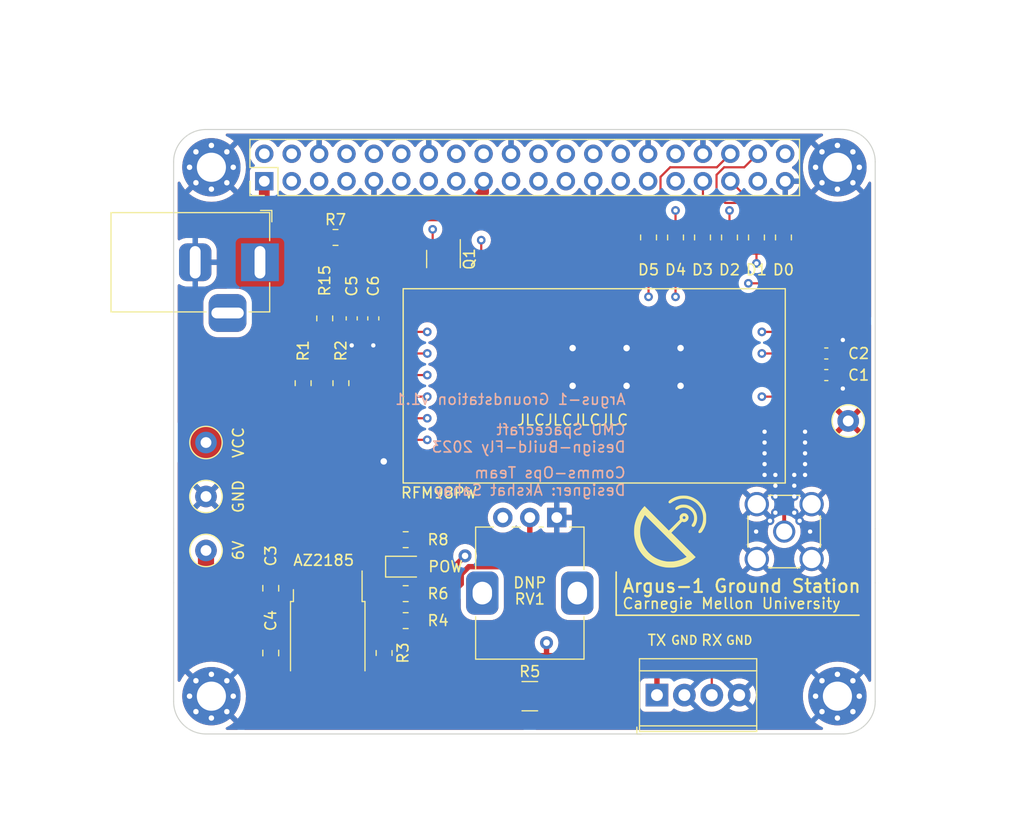
<source format=kicad_pcb>
(kicad_pcb (version 20221018) (generator pcbnew)
  (title_block (title "Argus-1 Ground Station") (date "2023-11-11") (rev "v1.1") (company "Carnegie Mellon University") (comment 1 "LICENSE: CC BY 4.0") (comment 2 "Designer: Akshat Sahay") (comment 3 "Comms-Ops Team") (comment 4 "CMU Spacecraft Design-Build-Fly 2023"))
  (layers (0 "F.Cu" signal) (1 "In1.Cu" signal) (2 "In2.Cu" signal) (31 "B.Cu" signal) (34 "B.Paste" user) (35 "F.Paste" user) (36 "B.SilkS" user "B.Silkscreen") (37 "F.SilkS" user "F.Silkscreen") (38 "B.Mask" user) (39 "F.Mask" user) (44 "Edge.Cuts" user))
  (net 0 "")
  (net 1 "+6V")
  (net 2 "GND")
  (net 3 "VCC")
  (net 4 "/RPI_3V3")
  (net 13 "/RF_DIO5")
  (net 14 "/RF_DIO0")
  (net 15 "/RF_DIO1")
  (net 16 "/RF_DIO2")
  (net 17 "/RF_MOSI")
  (net 18 "/RF_MISO")
  (net 19 "/RF_DIO3")
  (net 20 "/RF_SCK")
  (net 21 "/RF_CS")
  (net 27 "/RF_RESET")
  (net 29 "/RX_EN")
  (net 30 "/TX_EN")
  (net 31 "/RF_DIO4")
  (net 34 "/RF_ANT")
  (net 35 "+3V3")
  (net 36 "/REG_ADJ")
  (net 38 "/REG_POT")
  (net 40 "/V_RF")
  (net 41 "Net-(D1-K)")
  (net 42 "Net-(U1-GPIO_0)")
  (net 43 "Net-(U1-GPIO_1)")
  (net 44 "Net-(U1-GPIO_2)")
  (net 45 "Net-(U1-GPIO_3)")
  (net 46 "Net-(U1-GPIO_4)")
  (net 47 "Net-(U1-GPIO_5)")
  (net 48 "/RF_3V3")
  (net 49 "Net-(J8-Pin_1)")
  (footprint "Resistor_SMD:R_0805_2012Metric_Pad1.20x1.40mm_HandSolder" (layer "F.Cu") (at 121.5 138 180)
    (fp_text reference "R8" (at -3 0) (layer "F.SilkS"))
    (fp_text value "200")
    (pad "1" smd roundrect (at -1 0 180) (size 1.2 1.4) (layers "F.Cu" "F.Paste" "F.Mask") (roundrect_rratio 0.2083333333) (net 2 "GND"))
    (pad "2" smd roundrect (at 1 0 180) (size 1.2 1.4) (layers "F.Cu" "F.Paste" "F.Mask") (roundrect_rratio 0.2083333333) (net 41 "Net-(D1-K)"))
  )
  (footprint "TerminalBlock_TE-Connectivity:TerminalBlock_TE_282834-4_1x04_P2.54mm_Horizontal" (layer "F.Cu") (at 144.78 152.4)
    (fp_text reference "J8" hide)
    (fp_text value "GPIO")
    (pad "1" thru_hole rect (at 0 0) (size 2.1 2.1) (drill 1.1) (layers "*.Cu" "*.Mask") (net 49 "Net-(J8-Pin_1)"))
    (pad "2" thru_hole circle (at 2.54 0) (size 2.1 2.1) (drill 1.1) (layers "*.Cu" "*.Mask") (net 2 "GND"))
    (pad "3" thru_hole circle (at 5.08 0) (size 2.1 2.1) (drill 1.1) (layers "*.Cu" "*.Mask") (net 29 "/RX_EN"))
    (pad "4" thru_hole circle (at 7.62 0) (size 2.1 2.1) (drill 1.1) (layers "*.Cu" "*.Mask") (net 2 "GND"))
  )
  (footprint "Resistor_SMD:R_1210_3225Metric_Pad1.30x2.65mm_HandSolder" (layer "F.Cu") (at 133 152.5)
    (fp_text reference "R5" (at 0 -2.28) (layer "F.SilkS"))
    (fp_text value "0")
    (pad "1" smd roundrect (at -1.55 0) (size 1.3 2.65) (layers "F.Cu" "F.Paste" "F.Mask") (roundrect_rratio 0.1923076923) (net 1 "+6V"))
    (pad "2" smd roundrect (at 1.55 0) (size 1.3 2.65) (layers "F.Cu" "F.Paste" "F.Mask") (roundrect_rratio 0.1923076923) (net 40 "/V_RF"))
  )
  (footprint "Package_TO_SOT_SMD:SOT-23-3" (layer "F.Cu") (at 125 112 -90)
    (fp_text reference "Q1" (at 0 -2.4 90) (layer "F.SilkS"))
    (fp_text value "NMOS")
    (pad "1" smd roundrect (at -1.1375 -0.95 270) (size 1.325 0.6) (layers "F.Cu" "F.Paste" "F.Mask") (net 1 "+6V"))
    (pad "2" smd roundrect (at -1.1375 0.95 270) (size 1.325 0.6) (layers "F.Cu" "F.Paste" "F.Mask") (net 30 "/TX_EN"))
    (pad "3" smd roundrect (at 1.1375 0 270) (size 1.325 0.6) (layers "F.Cu" "F.Paste" "F.Mask") (net 49 "Net-(J8-Pin_1)"))
  )
  (footprint "MountingHole:MountingHole_2.7mm_M2.5_Pad_Via" (layer "F.Cu") (at 161.5 152.5)
    (fp_text reference "H4" hide)
    (fp_text value "M")
    (pad "1" thru_hole circle (at -2.025 0) (size 0.8 0.8) (drill 0.5) (layers "*.Cu" "*.Mask") (net 2 "GND"))
    (pad "1" thru_hole circle (at -1.431891 -1.431891) (size 0.8 0.8) (drill 0.5) (layers "*.Cu" "*.Mask") (net 2 "GND"))
    (pad "1" thru_hole circle (at -1.431891 1.431891) (size 0.8 0.8) (drill 0.5) (layers "*.Cu" "*.Mask") (net 2 "GND"))
    (pad "1" thru_hole circle (at 0 -2.025) (size 0.8 0.8) (drill 0.5) (layers "*.Cu" "*.Mask") (net 2 "GND"))
    (pad "1" thru_hole circle (at 0 0) (size 5.4 5.4) (drill 2.7) (layers "*.Cu" "*.Mask") (net 2 "GND"))
    (pad "1" thru_hole circle (at 0 2.025) (size 0.8 0.8) (drill 0.5) (layers "*.Cu" "*.Mask") (net 2 "GND"))
    (pad "1" thru_hole circle (at 1.431891 -1.431891) (size 0.8 0.8) (drill 0.5) (layers "*.Cu" "*.Mask") (net 2 "GND"))
    (pad "1" thru_hole circle (at 1.431891 1.431891) (size 0.8 0.8) (drill 0.5) (layers "*.Cu" "*.Mask") (net 2 "GND"))
    (pad "1" thru_hole circle (at 2.025 0) (size 0.8 0.8) (drill 0.5) (layers "*.Cu" "*.Mask") (net 2 "GND"))
  )
  (footprint "TestPoint:TestPoint_Loop_D2.50mm_Drill1.0mm" (layer "F.Cu") (at 103 139)
    (fp_text reference "J5" hide)
    (fp_text value "6V")
    (pad "1" thru_hole circle (at 0 0) (size 2 2) (drill 1) (layers "*.Cu" "*.Mask") (net 1 "+6V"))
  )
  (footprint "TestPoint:TestPoint_Loop_D2.50mm_Drill1.0mm" (layer "F.Cu") (at 103 134)
    (fp_text reference "J6" hide)
    (fp_text value "GND")
    (pad "1" thru_hole circle (at 0 0) (size 2 2) (drill 1) (layers "*.Cu" "*.Mask") (net 2 "GND"))
  )
  (footprint "MountingHole:MountingHole_2.7mm_M2.5_Pad_Via" (layer "F.Cu") (at 103.5 152.5)
    (fp_text reference "H3" hide)
    (fp_text value "M")
    (pad "1" thru_hole circle (at -2.025 0) (size 0.8 0.8) (drill 0.5) (layers "*.Cu" "*.Mask") (net 2 "GND"))
    (pad "1" thru_hole circle (at -1.431891 -1.431891) (size 0.8 0.8) (drill 0.5) (layers "*.Cu" "*.Mask") (net 2 "GND"))
    (pad "1" thru_hole circle (at -1.431891 1.431891) (size 0.8 0.8) (drill 0.5) (layers "*.Cu" "*.Mask") (net 2 "GND"))
    (pad "1" thru_hole circle (at 0 -2.025) (size 0.8 0.8) (drill 0.5) (layers "*.Cu" "*.Mask") (net 2 "GND"))
    (pad "1" thru_hole circle (at 0 0) (size 5.4 5.4) (drill 2.7) (layers "*.Cu" "*.Mask") (net 2 "GND"))
    (pad "1" thru_hole circle (at 0 2.025) (size 0.8 0.8) (drill 0.5) (layers "*.Cu" "*.Mask") (net 2 "GND"))
    (pad "1" thru_hole circle (at 1.431891 -1.431891) (size 0.8 0.8) (drill 0.5) (layers "*.Cu" "*.Mask") (net 2 "GND"))
    (pad "1" thru_hole circle (at 1.431891 1.431891) (size 0.8 0.8) (drill 0.5) (layers "*.Cu" "*.Mask") (net 2 "GND"))
    (pad "1" thru_hole circle (at 2.025 0) (size 0.8 0.8) (drill 0.5) (layers "*.Cu" "*.Mask") (net 2 "GND"))
  )
  (footprint "Resistor_SMD:R_0805_2012Metric_Pad1.20x1.40mm_HandSolder" (layer "F.Cu") (at 119.5 148.5 90)
    (fp_text reference "R3" (at 0 1.75 90) (layer "F.SilkS"))
    (fp_text value "2.8K")
    (pad "1" smd roundrect (at -1 0 90) (size 1.2 1.4) (layers "F.Cu" "F.Paste" "F.Mask") (roundrect_rratio 0.2083333333) (net 1 "+6V"))
    (pad "2" smd roundrect (at 1 0 90) (size 1.2 1.4) (layers "F.Cu" "F.Paste" "F.Mask") (roundrect_rratio 0.2083333333) (net 36 "/REG_ADJ"))
  )
  (footprint "Potentiometer_THT:Potentiometer_Alps_RK09K_Single_Vertical" (layer "F.Cu") (at 135.5 135.95 -90)
    (fp_text reference "RV1" (at 7.55 2.5) (layer "F.SilkS"))
    (fp_text value "RK09K1130A8G")
    (pad "1" thru_hole rect (at 0 0 270) (size 1.8 1.8) (drill 1) (layers "*.Cu" "*.Mask") (net 2 "GND"))
    (pad "2" thru_hole circle (at 0 2.5 270) (size 1.8 1.8) (drill 1) (layers "*.Cu" "*.Mask") (net 38 "/REG_POT"))
    (pad "3" thru_hole circle (at 0 5 270) (size 1.8 1.8) (drill 1) (layers "*.Cu" "*.Mask"))
    (pad "MP" thru_hole roundrect (at 7 -1.9 270) (size 4 3) (drill oval 2.1 1.8) (layers "*.Cu" "*.Mask"))
    (pad "MP" thru_hole roundrect (at 7 6.9 270) (size 4 3) (drill oval 2.1 1.8) (layers "*.Cu" "*.Mask"))
  )
  (footprint "Capacitor_SMD:C_0805_2012Metric_Pad1.18x1.45mm_HandSolder" (layer "F.Cu") (at 109 142.5 -90)
    (fp_text reference "C3" (at -3 0 90) (layer "F.SilkS"))
    (fp_text value "10uF, 25V")
    (pad "1" smd roundrect (at -1.0375 0 270) (size 1.175 1.45) (layers "F.Cu" "F.Paste" "F.Mask") (roundrect_rratio 0.2127659574) (net 3 "VCC"))
    (pad "2" smd roundrect (at 1.0375 0 270) (size 1.175 1.45) (layers "F.Cu" "F.Paste" "F.Mask") (roundrect_rratio 0.2127659574) (net 2 "GND"))
  )
  (footprint "Resistor_SMD:R_0805_2012Metric_Pad1.20x1.40mm_HandSolder" (layer "F.Cu") (at 144 110 90)
    (fp_text reference "R14" hide)
    (fp_text value "0")
    (pad "1" smd roundrect (at -1 0 90) (size 1.2 1.4) (layers "F.Cu" "F.Paste" "F.Mask") (roundrect_rratio 0.208333) (net 47 "Net-(U1-GPIO_5)"))
    (pad "2" smd roundrect (at 1 0 90) (size 1.2 1.4) (layers "F.Cu" "F.Paste" "F.Mask") (roundrect_rratio 0.208333) (net 13 "/RF_DIO5"))
  )
  (footprint "Capacitor_SMD:C_0603_1608Metric_Pad1.08x0.95mm_HandSolder" (layer "F.Cu") (at 160.4675 120.75)
    (fp_text reference "C2" (at 3 0) (layer "F.SilkS"))
    (fp_text value "10uF, 6.3V")
    (pad "1" smd roundrect (at -0.8625 0) (size 1.075 0.95) (layers "F.Cu" "F.Paste" "F.Mask") (net 40 "/V_RF"))
    (pad "2" smd roundrect (at 0.8625 0) (size 1.075 0.95) (layers "F.Cu" "F.Paste" "F.Mask") (net 2 "GND"))
  )
  (footprint "Resistor_SMD:R_0805_2012Metric_Pad1.20x1.40mm_HandSolder" (layer "F.Cu") (at 115.5 123.5 90)
    (fp_text reference "R2" (at 3 0 90) (layer "F.SilkS"))
    (fp_text value "10K")
    (pad "1" smd roundrect (at -1 0 90) (size 1.2 1.4) (layers "F.Cu" "F.Paste" "F.Mask") (roundrect_rratio 0.208333) (net 21 "/RF_CS"))
    (pad "2" smd roundrect (at 1 0 90) (size 1.2 1.4) (layers "F.Cu" "F.Paste" "F.Mask") (roundrect_rratio 0.208333) (net 35 "+3V3"))
  )
  (footprint "Resistor_SMD:R_0805_2012Metric_Pad1.20x1.40mm_HandSolder" (layer "F.Cu") (at 156.5 110 90)
    (fp_text reference "R9" hide)
    (fp_text value "0")
    (pad "1" smd roundrect (at -1 0 90) (size 1.2 1.4) (layers "F.Cu" "F.Paste" "F.Mask") (roundrect_rratio 0.208333) (net 42 "Net-(U1-GPIO_0)"))
    (pad "2" smd roundrect (at 1 0 90) (size 1.2 1.4) (layers "F.Cu" "F.Paste" "F.Mask") (roundrect_rratio 0.208333) (net 14 "/RF_DIO0"))
  )
  (footprint "Connector_Coaxial:SMA_Amphenol_901-144_Vertical" (layer "F.Cu") (at 156.5675 137.25)
    (fp_text reference "J2" hide)
    (fp_text value "Coax SMA")
    (pad "1" thru_hole circle (at 0 0) (size 2.05 2.05) (drill 1.5) (layers "*.Cu" "*.Mask") (net 34 "/RF_ANT"))
    (pad "2" thru_hole circle (at -2.54 -2.54) (size 2.25 2.25) (drill 1.7) (layers "*.Cu" "*.Mask") (net 2 "GND"))
    (pad "2" thru_hole circle (at -2.54 2.54) (size 2.25 2.25) (drill 1.7) (layers "*.Cu" "*.Mask") (net 2 "GND"))
    (pad "2" thru_hole circle (at 2.54 -2.54) (size 2.25 2.25) (drill 1.7) (layers "*.Cu" "*.Mask") (net 2 "GND"))
    (pad "2" thru_hole circle (at 2.54 2.54) (size 2.25 2.25) (drill 1.7) (layers "*.Cu" "*.Mask") (net 2 "GND"))
  )
  (footprint "Resistor_SMD:R_0805_2012Metric_Pad1.20x1.40mm_HandSolder" (layer "F.Cu") (at 151.5 110 90)
    (fp_text reference "R11" hide)
    (fp_text value "0")
    (pad "1" smd roundrect (at -1 0 90) (size 1.2 1.4) (layers "F.Cu" "F.Paste" "F.Mask") (roundrect_rratio 0.208333) (net 44 "Net-(U1-GPIO_2)"))
    (pad "2" smd roundrect (at 1 0 90) (size 1.2 1.4) (layers "F.Cu" "F.Paste" "F.Mask") (roundrect_rratio 0.208333) (net 16 "/RF_DIO2"))
  )
  (footprint "Resistor_SMD:R_0805_2012Metric_Pad1.20x1.40mm_HandSolder" (layer "F.Cu") (at 146.5 110 90)
    (fp_text reference "R13" hide)
    (fp_text value "0")
    (pad "1" smd roundrect (at -1 0 90) (size 1.2 1.4) (layers "F.Cu" "F.Paste" "F.Mask") (roundrect_rratio 0.208333) (net 46 "Net-(U1-GPIO_4)"))
    (pad "2" smd roundrect (at 1 0 90) (size 1.2 1.4) (layers "F.Cu" "F.Paste" "F.Mask") (roundrect_rratio 0.208333) (net 31 "/RF_DIO4"))
  )
  (footprint "Resistor_SMD:R_0805_2012Metric_Pad1.20x1.40mm_HandSolder" (layer "F.Cu") (at 115 110)
    (fp_text reference "R7" (at 0 -1.65) (layer "F.SilkS"))
    (fp_text value "DNP")
    (pad "1" smd roundrect (at -1 0) (size 1.2 1.4) (layers "F.Cu" "F.Paste" "F.Mask") (roundrect_rratio 0.208333) (net 4 "/RPI_3V3"))
    (pad "2" smd roundrect (at 1 0) (size 1.2 1.4) (layers "F.Cu" "F.Paste" "F.Mask") (roundrect_rratio 0.208333) (net 35 "+3V3"))
  )
  (footprint "Capacitor_SMD:C_0805_2012Metric_Pad1.18x1.45mm_HandSolder" (layer "F.Cu") (at 109 148.5 90)
    (fp_text reference "C4" (at 3 0 90) (layer "F.SilkS"))
    (fp_text value "22uF, 25V")
    (pad "1" smd roundrect (at -1.0375 0 90) (size 1.175 1.45) (layers "F.Cu" "F.Paste" "F.Mask") (roundrect_rratio 0.2127659574) (net 1 "+6V"))
    (pad "2" smd roundrect (at 1.0375 0 90) (size 1.175 1.45) (layers "F.Cu" "F.Paste" "F.Mask") (roundrect_rratio 0.2127659574) (net 2 "GND"))
  )
  (footprint "MountingHole:MountingHole_2.7mm_M2.5_Pad_Via" (layer "F.Cu") (at 161.5 103.5)
    (fp_text reference "H2" hide)
    (fp_text value "M")
    (pad "1" thru_hole circle (at -2.025 0) (size 0.8 0.8) (drill 0.5) (layers "*.Cu" "*.Mask") (net 2 "GND"))
    (pad "1" thru_hole circle (at -1.431891 -1.431891) (size 0.8 0.8) (drill 0.5) (layers "*.Cu" "*.Mask") (net 2 "GND"))
    (pad "1" thru_hole circle (at -1.431891 1.431891) (size 0.8 0.8) (drill 0.5) (layers "*.Cu" "*.Mask") (net 2 "GND"))
    (pad "1" thru_hole circle (at 0 -2.025) (size 0.8 0.8) (drill 0.5) (layers "*.Cu" "*.Mask") (net 2 "GND"))
    (pad "1" thru_hole circle (at 0 0) (size 5.4 5.4) (drill 2.7) (layers "*.Cu" "*.Mask") (net 2 "GND"))
    (pad "1" thru_hole circle (at 0 2.025) (size 0.8 0.8) (drill 0.5) (layers "*.Cu" "*.Mask") (net 2 "GND"))
    (pad "1" thru_hole circle (at 1.431891 -1.431891) (size 0.8 0.8) (drill 0.5) (layers "*.Cu" "*.Mask") (net 2 "GND"))
    (pad "1" thru_hole circle (at 1.431891 1.431891) (size 0.8 0.8) (drill 0.5) (layers "*.Cu" "*.Mask") (net 2 "GND"))
    (pad "1" thru_hole circle (at 2.025 0) (size 0.8 0.8) (drill 0.5) (layers "*.Cu" "*.Mask") (net 2 "GND"))
  )
  (footprint "Connector_PinSocket_2.54mm:PinSocket_2x20_P2.54mm_Vertical" (layer "F.Cu") (at 108.4 104.79 90)
    (fp_text reference "J1" hide)
    (fp_text value "Raspberry_Pi_2_3")
    (pad "1" thru_hole rect (at 0 0 90) (size 1.7 1.7) (drill 1) (layers "*.Cu" "*.Mask") (net 4 "/RPI_3V3"))
    (pad "2" thru_hole oval (at 2.54 0 90) (size 1.7 1.7) (drill 1) (layers "*.Cu" "*.Mask"))
    (pad "3" thru_hole oval (at 0 2.54 90) (size 1.7 1.7) (drill 1) (layers "*.Cu" "*.Mask"))
    (pad "4" thru_hole oval (at 2.54 2.54 90) (size 1.7 1.7) (drill 1) (layers "*.Cu" "*.Mask"))
    (pad "5" thru_hole oval (at 0 5.08 90) (size 1.7 1.7) (drill 1) (layers "*.Cu" "*.Mask"))
    (pad "6" thru_hole oval (at 2.54 5.08 90) (size 1.7 1.7) (drill 1) (layers "*.Cu" "*.Mask") (net 2 "GND"))
    (pad "7" thru_hole oval (at 0 7.62 90) (size 1.7 1.7) (drill 1) (layers "*.Cu" "*.Mask"))
    (pad "8" thru_hole oval (at 2.54 7.62 90) (size 1.7 1.7) (drill 1) (layers "*.Cu" "*.Mask"))
    (pad "9" thru_hole oval (at 0 10.16 90) (size 1.7 1.7) (drill 1) (layers "*.Cu" "*.Mask") (net 2 "GND"))
    (pad "10" thru_hole oval (at 2.54 10.16 90) (size 1.7 1.7) (drill 1) (layers "*.Cu" "*.Mask"))
    (pad "11" thru_hole oval (at 0 12.7 90) (size 1.7 1.7) (drill 1) (layers "*.Cu" "*.Mask"))
    (pad "12" thru_hole oval (at 2.54 12.7 90) (size 1.7 1.7) (drill 1) (layers "*.Cu" "*.Mask"))
    (pad "13" thru_hole oval (at 0 15.24 90) (size 1.7 1.7) (drill 1) (layers "*.Cu" "*.Mask"))
    (pad "14" thru_hole oval (at 2.54 15.24 90) (size 1.7 1.7) (drill 1) (layers "*.Cu" "*.Mask") (net 2 "GND"))
    (pad "15" thru_hole oval (at 0 17.78 90) (size 1.7 1.7) (drill 1) (layers "*.Cu" "*.Mask") (net 29 "/RX_EN"))
    (pad "16" thru_hole oval (at 2.54 17.78 90) (size 1.7 1.7) (drill 1) (layers "*.Cu" "*.Mask") (net 30 "/TX_EN"))
    (pad "17" thru_hole oval (at 0 20.32 90) (size 1.7 1.7) (drill 1) (layers "*.Cu" "*.Mask") (net 4 "/RPI_3V3"))
    (pad "18" thru_hole oval (at 2.54 20.32 90) (size 1.7 1.7) (drill 1) (layers "*.Cu" "*.Mask"))
    (pad "19" thru_hole oval (at 0 22.86 90) (size 1.7 1.7) (drill 1) (layers "*.Cu" "*.Mask") (net 17 "/RF_MOSI"))
    (pad "20" thru_hole oval (at 2.54 22.86 90) (size 1.7 1.7) (drill 1) (layers "*.Cu" "*.Mask") (net 2 "GND"))
    (pad "21" thru_hole oval (at 0 25.4 90) (size 1.7 1.7) (drill 1) (layers "*.Cu" "*.Mask") (net 18 "/RF_MISO"))
    (pad "22" thru_hole oval (at 2.54 25.4 90) (size 1.7 1.7) (drill 1) (layers "*.Cu" "*.Mask"))
    (pad "23" thru_hole oval (at 0 27.94 90) (size 1.7 1.7) (drill 1) (layers "*.Cu" "*.Mask") (net 20 "/RF_SCK"))
    (pad "24" thru_hole oval (at 2.54 27.94 90) (size 1.7 1.7) (drill 1) (layers "*.Cu" "*.Mask") (net 21 "/RF_CS"))
    (pad "25" thru_hole oval (at 0 30.48 90) (size 1.7 1.7) (drill 1) (layers "*.Cu" "*.Mask") (net 2 "GND"))
    (pad "26" thru_hole oval (at 2.54 30.48 90) (size 1.7 1.7) (drill 1) (layers "*.Cu" "*.Mask"))
    (pad "27" thru_hole oval (at 0 33.02 90) (size 1.7 1.7) (drill 1) (layers "*.Cu" "*.Mask"))
    (pad "28" thru_hole oval (at 2.54 33.02 90) (size 1.7 1.7) (drill 1) (layers "*.Cu" "*.Mask"))
    (pad "29" thru_hole oval (at 0 35.56 90) (size 1.7 1.7) (drill 1) (layers "*.Cu" "*.Mask"))
    (pad "30" thru_hole oval (at 2.54 35.56 90) (size 1.7 1.7) (drill 1) (layers "*.Cu" "*.Mask") (net 2 "GND"))
    (pad "31" thru_hole oval (at 0 38.1 90) (size 1.7 1.7) (drill 1) (layers "*.Cu" "*.Mask"))
    (pad "32" thru_hole oval (at 2.54 38.1 90) (size 1.7 1.7) (drill 1) (layers "*.Cu" "*.Mask") (net 27 "/RF_RESET"))
    (pad "33" thru_hole oval (at 0 40.64 90) (size 1.7 1.7) (drill 1) (layers "*.Cu" "*.Mask") (net 19 "/RF_DIO3"))
    (pad "34" thru_hole oval (at 2.54 40.64 90) (size 1.7 1.7) (drill 1) (layers "*.Cu" "*.Mask") (net 2 "GND"))
    (pad "35" thru_hole oval (at 0 43.18 90) (size 1.7 1.7) (drill 1) (layers "*.Cu" "*.Mask") (net 14 "/RF_DIO0"))
    (pad "36" thru_hole oval (at 2.54 43.18 90) (size 1.7 1.7) (drill 1) (layers "*.Cu" "*.Mask") (net 13 "/RF_DIO5"))
    (pad "37" thru_hole oval (at 0 45.72 90) (size 1.7 1.7) (drill 1) (layers "*.Cu" "*.Mask") (net 31 "/RF_DIO4"))
    (pad "38" thru_hole oval (at 2.54 45.72 90) (size 1.7 1.7) (drill 1) (layers "*.Cu" "*.Mask") (net 15 "/RF_DIO1"))
    (pad "39" thru_hole oval (at 0 48.26 90) (size 1.7 1.7) (drill 1) (layers "*.Cu" "*.Mask") (net 2 "GND"))
    (pad "40" thru_hole oval (at 2.54 48.26 90) (size 1.7 1.7) (drill 1) (layers "*.Cu" "*.Mask") (net 16 "/RF_DIO2"))
  )
  (footprint "Package_TO_SOT_SMD:TO-252-2" (layer "F.Cu") (at 114.28 147.04 -90)
    (fp_text reference "U2" hide)
    (fp_text value "AZ2185D-ADJTRG1\n")
    (pad "1" smd roundrect (at -5.04 -2.28 270) (size 2.2 1.2) (layers "F.Cu" "F.Paste" "F.Mask") (roundrect_rratio 0.2083333333) (net 36 "/REG_ADJ"))
    (pad "2" smd roundrect (at -0.415 -1.525 270) (size 3.05 2.75) (layers "F.Cu" "F.Paste") (roundrect_rratio 0.09090909091) (net 1 "+6V"))
    (pad "2" smd roundrect (at -0.415 1.525 270) (size 3.05 2.75) (layers "F.Cu" "F.Paste") (roundrect_rratio 0.09090909091) (net 1 "+6V"))
    (pad "2" smd roundrect (at 1.26 0 270) (size 6.4 5.8) (layers "F.Cu" "F.Mask") (roundrect_rratio 0.04310293103) (net 1 "+6V"))
    (pad "2" smd roundrect (at 2.935 -1.525 270) (size 3.05 2.75) (layers "F.Cu" "F.Paste") (roundrect_rratio 0.09090909091) (net 1 "+6V"))
    (pad "2" smd roundrect (at 2.935 1.525 270) (size 3.05 2.75) (layers "F.Cu" "F.Paste") (roundrect_rratio 0.09090909091) (net 1 "+6V"))
    (pad "3" smd roundrect (at -5.04 2.28 270) (size 2.2 1.2) (layers "F.Cu" "F.Paste" "F.Mask") (roundrect_rratio 0.2083333333) (net 3 "VCC"))
  )
  (footprint "Resistor_SMD:R_0805_2012Metric_Pad1.20x1.40mm_HandSolder" (layer "F.Cu") (at 154 110 90)
    (fp_text reference "R10" hide)
    (fp_text value "0")
    (pad "1" smd roundrect (at -1 0 90) (size 1.2 1.4) (layers "F.Cu" "F.Paste" "F.Mask") (roundrect_rratio 0.208333) (net 43 "Net-(U1-GPIO_1)"))
    (pad "2" smd roundrect (at 1 0 90) (size 1.2 1.4) (layers "F.Cu" "F.Paste" "F.Mask") (roundrect_rratio 0.208333) (net 15 "/RF_DIO1"))
  )
  (footprint "RF_Module_HOPERF:RFM95PW" (layer "F.Cu") (at 138.9675 123.25)
    (fp_text reference "U1" hide)
    (fp_text value "RFM98PW" hide)
    (pad "1" smd rect (at 17.6 7.5) (size 2 1.3) (layers "F.Cu" "F.Paste" "F.Mask") (net 34 "/RF_ANT"))
    (pad "2" smd rect (at 17.6 5.5) (size 2 1.3) (layers "F.Cu" "F.Paste" "F.Mask") (net 2 "GND"))
    (pad "3" smd rect (at 17.6 3.5) (size 2 1.3) (layers "F.Cu" "F.Paste" "F.Mask") (net 45 "Net-(U1-GPIO_3)"))
    (pad "4" smd rect (at 17.6 1.5) (size 2 1.3) (layers "F.Cu" "F.Paste" "F.Mask") (net 46 "Net-(U1-GPIO_4)"))
    (pad "5" smd rect (at 17.6 -0.5) (size 2 1.3) (layers "F.Cu" "F.Paste" "F.Mask") (net 40 "/V_RF"))
    (pad "6" smd rect (at 17.6 -2.5) (size 2 1.3) (layers "F.Cu" "F.Paste" "F.Mask") (net 42 "Net-(U1-GPIO_0)"))
    (pad "7" smd rect (at 17.6 -4.5) (size 2 1.3) (layers "F.Cu" "F.Paste" "F.Mask") (net 43 "Net-(U1-GPIO_1)"))
    (pad "8" smd rect (at 17.6 -6.5) (size 2 1.3) (layers "F.Cu" "F.Paste" "F.Mask") (net 44 "Net-(U1-GPIO_2)"))
    (pad "9" smd rect (at -17.4 -6.5) (size 2 1.3) (layers "F.Cu" "F.Paste" "F.Mask") (net 48 "/RF_3V3"))
    (pad "10" smd rect (at -17.4 -4.5) (size 2 1.3) (layers "F.Cu" "F.Paste" "F.Mask") (net 18 "/RF_MISO"))
    (pad "11" smd rect (at -17.4 -2.5) (size 2 1.3) (layers "F.Cu" "F.Paste" "F.Mask") (net 17 "/RF_MOSI"))
    (pad "12" smd rect (at -17.4 -0.5) (size 2 1.3) (layers "F.Cu" "F.Paste" "F.Mask") (net 20 "/RF_SCK"))
    (pad "13" smd rect (at -17.4 1.5) (size 2 1.3) (layers "F.Cu" "F.Paste" "F.Mask") (net 21 "/RF_CS"))
    (pad "14" smd rect (at -17.4 3.5) (size 2 1.3) (layers "F.Cu" "F.Paste" "F.Mask") (net 27 "/RF_RESET"))
    (pad "15" smd rect (at -17.4 5.5) (size 2 1.3) (layers "F.Cu" "F.Paste" "F.Mask") (net 47 "Net-(U1-GPIO_5)"))
    (pad "16" smd rect (at -17.4 7.5) (size 2 1.3) (layers "F.Cu" "F.Paste" "F.Mask") (net 2 "GND"))
    (pad "17" smd rect (at 3.0325 -1.25) (size 11.5 4.7) (layers "F.Cu" "F.Mask") (net 2 "GND"))
  )
  (footprint "TestPoint:TestPoint_Loop_D2.50mm_Drill1.0mm" (layer "F.Cu") (at 162.5 127)
    (fp_text reference "J7" hide)
    (fp_text value "V_RF")
    (pad "1" thru_hole circle (at 0 0) (size 2 2) (drill 1) (layers "*.Cu" "*.Mask") (net 40 "/V_RF"))
  )
  (footprint "Connector_BarrelJack:BarrelJack_Horizontal" (layer "F.Cu") (at 108 112.3)
    (fp_text reference "J3" hide)
    (fp_text value "Barrel_Jack")
    (pad "1" thru_hole rect (at 0 0) (size 3.5 3.5) (drill oval 1 3) (layers "*.Cu" "*.Mask") (net 3 "VCC"))
    (pad "2" thru_hole roundrect (at -6 0) (size 3 3.5) (drill oval 1 3) (layers "*.Cu" "*.Mask") (net 2 "GND"))
    (pad "3" thru_hole roundrect (at -3 4.7) (size 3.5 3.5) (drill oval 3 1) (layers "*.Cu" "*.Mask"))
  )
  (footprint "Resistor_SMD:R_0805_2012Metric_Pad1.20x1.40mm_HandSolder" (layer "F.Cu") (at 114 117.5 90)
    (fp_text reference "R15" (at 3.5 0 90) (layer "F.SilkS"))
    (fp_text value "DNP")
    (pad "1" smd roundrect (at -1 0 90) (size 1.2 1.4) (layers "F.Cu" "F.Paste" "F.Mask") (roundrect_rratio 0.208333) (net 35 "+3V3"))
    (pad "2" smd roundrect (at 1 0 90) (size 1.2 1.4) (layers "F.Cu" "F.Paste" "F.Mask") (roundrect_rratio 0.208333) (net 48 "/RF_3V3"))
  )
  (footprint "LED_SMD:LED_0805_2012Metric_Pad1.15x1.40mm_HandSolder" (layer "F.Cu") (at 121.5 140.5)
    (fp_text reference "D1" hide)
    (fp_text value "POW")
    (pad "1" smd roundrect (at -1.025 0) (size 1.15 1.4) (layers "F.Cu" "F.Paste" "F.Mask") (roundrect_rratio 0.2173913043) (net 41 "Net-(D1-K)"))
    (pad "2" smd roundrect (at 1.025 0) (size 1.15 1.4) (layers "F.Cu" "F.Paste" "F.Mask") (roundrect_rratio 0.2173913043) (net 40 "/V_RF"))
  )
  (footprint "Resistor_SMD:R_0805_2012Metric_Pad1.20x1.40mm_HandSolder" (layer "F.Cu") (at 112 123.5 90)
    (fp_text reference "R1" (at 3 0 90) (layer "F.SilkS"))
    (fp_text value "10K")
    (pad "1" smd roundrect (at -1 0 90) (size 1.2 1.4) (layers "F.Cu" "F.Paste" "F.Mask") (roundrect_rratio 0.208333) (net 27 "/RF_RESET"))
    (pad "2" smd roundrect (at 1 0 90) (size 1.2 1.4) (layers "F.Cu" "F.Paste" "F.Mask") (roundrect_rratio 0.208333) (net 35 "+3V3"))
  )
  (footprint "Capacitor_SMD:C_0603_1608Metric_Pad1.08x0.95mm_HandSolder" (layer "F.Cu") (at 160.4675 122.75)
    (fp_text reference "C1" (at 3 0) (layer "F.SilkS"))
    (fp_text value "0.1uF, 6.3V")
    (pad "1" smd roundrect (at -0.8625 0) (size 1.075 0.95) (layers "F.Cu" "F.Paste" "F.Mask") (net 40 "/V_RF"))
    (pad "2" smd roundrect (at 0.8625 0) (size 1.075 0.95) (layers "F.Cu" "F.Paste" "F.Mask") (net 2 "GND"))
  )
  (footprint "Capacitor_SMD:C_0603_1608Metric_Pad1.08x0.95mm_HandSolder" (layer "F.Cu") (at 116.5 117.5 -90)
    (fp_text reference "C5" (at -3 0 90) (layer "F.SilkS"))
    (fp_text value "DNP, 0.1uF, 10V")
    (pad "1" smd roundrect (at -0.8625 0 270) (size 1.075 0.95) (layers "F.Cu" "F.Paste" "F.Mask") (net 48 "/RF_3V3"))
    (pad "2" smd roundrect (at 0.8625 0 270) (size 1.075 0.95) (layers "F.Cu" "F.Paste" "F.Mask") (net 2 "GND"))
  )
  (footprint "Resistor_SMD:R_0805_2012Metric_Pad1.20x1.40mm_HandSolder" (layer "F.Cu") (at 121.5 143)
    (fp_text reference "R6" (at 3 0) (layer "F.SilkS"))
    (fp_text value "DNP")
    (pad "1" smd roundrect (at -1 0) (size 1.2 1.4) (layers "F.Cu" "F.Paste" "F.Mask") (roundrect_rratio 0.2083333333) (net 36 "/REG_ADJ"))
    (pad "2" smd roundrect (at 1 0) (size 1.2 1.4) (layers "F.Cu" "F.Paste" "F.Mask") (roundrect_rratio 0.2083333333) (net 38 "/REG_POT"))
  )
  (footprint "Resistor_SMD:R_0805_2012Metric_Pad1.20x1.40mm_HandSolder" (layer "F.Cu") (at 121.5 145.5)
    (fp_text reference "R4" (at 3 0) (layer "F.SilkS"))
    (fp_text value "10K")
    (pad "1" smd roundrect (at -1 0) (size 1.2 1.4) (layers "F.Cu" "F.Paste" "F.Mask") (roundrect_rratio 0.2083333333) (net 36 "/REG_ADJ"))
    (pad "2" smd roundrect (at 1 0) (size 1.2 1.4) (layers "F.Cu" "F.Paste" "F.Mask") (roundrect_rratio 0.2083333333) (net 2 "GND"))
  )
  (footprint "Capacitor_SMD:C_0603_1608Metric_Pad1.08x0.95mm_HandSolder" (layer "F.Cu") (at 118.5 117.5 -90)
    (fp_text reference "C6" (at -3 0 90) (layer "F.SilkS"))
    (fp_text value "DNP, 10uF, 10V")
    (pad "1" smd roundrect (at -0.8625 0 270) (size 1.075 0.95) (layers "F.Cu" "F.Paste" "F.Mask") (net 48 "/RF_3V3"))
    (pad "2" smd roundrect (at 0.8625 0 270) (size 1.075 0.95) (layers "F.Cu" "F.Paste" "F.Mask") (net 2 "GND"))
  )
  (footprint "Resistor_SMD:R_0805_2012Metric_Pad1.20x1.40mm_HandSolder" (layer "F.Cu") (at 149 110 90)
    (fp_text reference "R12" hide)
    (fp_text value "0")
    (pad "1" smd roundrect (at -1 0 90) (size 1.2 1.4) (layers "F.Cu" "F.Paste" "F.Mask") (roundrect_rratio 0.208333) (net 45 "Net-(U1-GPIO_3)"))
    (pad "2" smd roundrect (at 1 0 90) (size 1.2 1.4) (layers "F.Cu" "F.Paste" "F.Mask") (roundrect_rratio 0.208333) (net 19 "/RF_DIO3"))
  )
  (footprint "TestPoint:TestPoint_Loop_D2.50mm_Drill1.0mm" (layer "F.Cu") (at 103 129)
    (fp_text reference "J4" hide)
    (fp_text value "VCC")
    (pad "1" thru_hole circle (at 0 0) (size 2 2) (drill 1) (layers "*.Cu" "*.Mask") (net 3 "VCC"))
  )
  (footprint "MountingHole:MountingHole_2.7mm_M2.5_Pad_Via" (layer "F.Cu") (at 103.5 103.5)
    (fp_text reference "H1" hide)
    (fp_text value "M")
    (pad "1" thru_hole circle (at -2.025 0) (size 0.8 0.8) (drill 0.5) (layers "*.Cu" "*.Mask") (net 2 "GND"))
    (pad "1" thru_hole circle (at -1.431891 -1.431891) (size 0.8 0.8) (drill 0.5) (layers "*.Cu" "*.Mask") (net 2 "GND"))
    (pad "1" thru_hole circle (at -1.431891 1.431891) (size 0.8 0.8) (drill 0.5) (layers "*.Cu" "*.Mask") (net 2 "GND"))
    (pad "1" thru_hole circle (at 0 -2.025) (size 0.8 0.8) (drill 0.5) (layers "*.Cu" "*.Mask") (net 2 "GND"))
    (pad "1" thru_hole circle (at 0 0) (size 5.4 5.4) (drill 2.7) (layers "*.Cu" "*.Mask") (net 2 "GND"))
    (pad "1" thru_hole circle (at 0 2.025) (size 0.8 0.8) (drill 0.5) (layers "*.Cu" "*.Mask") (net 2 "GND"))
    (pad "1" thru_hole circle (at 1.431891 -1.431891) (size 0.8 0.8) (drill 0.5) (layers "*.Cu" "*.Mask") (net 2 "GND"))
    (pad "1" thru_hole circle (at 1.431891 1.431891) (size 0.8 0.8) (drill 0.5) (layers "*.Cu" "*.Mask") (net 2 "GND"))
    (pad "1" thru_hole circle (at 2.025 0) (size 0.8 0.8) (drill 0.5) (layers "*.Cu" "*.Mask") (net 2 "GND"))
  )
  (footprint "LOGO" (layer "F.Cu") (at 146 137.25)
    (fp_text reference "G***" hide)
    (fp_text value "LOGO" hide)
  )
  (gr_line (start 141 145) (end 141 141) (stroke (width 0.15)) (layer "F.SilkS"))
  (gr_line (start 141 145) (end 163.5 145) (stroke (width 0.15)) (layer "F.SilkS"))
  (gr_line (start 100 142) (end 100 153) (stroke (width 0.1)) (layer "Edge.Cuts"))
  (gr_line (start 165 103) (end 165 137) (stroke (width 0.1)) (layer "Edge.Cuts"))
  (gr_arc (start 162 100) (mid 164.12132 100.87868) (end 165 103) (stroke (width 0.1)) (layer "Edge.Cuts"))
  (gr_line (start 100 103) (end 100 137) (stroke (width 0.1)) (layer "Edge.Cuts"))
  (gr_arc (start 100 103) (mid 100.87868 100.87868) (end 103 100) (stroke (width 0.1)) (layer "Edge.Cuts"))
  (gr_line (start 165 142) (end 165 153) (stroke (width 0.1)) (layer "Edge.Cuts"))
  (gr_line (start 162 156) (end 103 156) (stroke (width 0.1)) (layer "Edge.Cuts"))
  (gr_line (start 100 137) (end 100 142) (stroke (width 0.1)) (layer "Edge.Cuts"))
  (gr_arc (start 103 156) (mid 100.87868 155.12132) (end 100 153) (stroke (width 0.1)) (layer "Edge.Cuts"))
  (gr_line (start 165 137) (end 165 142) (stroke (width 0.1)) (layer "Edge.Cuts"))
  (gr_line (start 103 100) (end 162 100) (stroke (width 0.1)) (layer "Edge.Cuts"))
  (gr_arc (start 165 153) (mid 164.12132 155.12132) (end 162 156) (stroke (width 0.1)) (layer "Edge.Cuts"))
  (gr_text "CMU Spacecraft \nDesign-Build-Fly 2023" (at 141.9675 130) (layer "B.SilkS") (effects (font (size 1 1)) (justify left bottom mirror)))
  (gr_text "Argus-1 Groundstation v1.1" (at 141.9675 125) (layer "B.SilkS") (effects (font (size 1 1)) (justify left mirror)))
  (gr_text "Comms-Ops Team\nDesigner: Akshat Sahay" (at 141.9675 134) (layer "B.SilkS") (effects (font (size 1 1)) (justify left bottom mirror)))
  (gr_text "DNP" (at 133 142) (layer "F.SilkS") (effects (font (size 1 1))))
  (gr_text "POW" (at 123.5 140.5) (layer "F.SilkS") (effects (font (size 1 1)) (justify left)))
  (gr_text "RFM98PW" (at 120.9675 134.25) (layer "F.SilkS") (effects (font (size 1 1)) (justify left bottom)))
  (gr_text "JLCJLCJLCJLC" (at 131.7175 127.5) (layer "F.SilkS") (effects (font (size 1 1)) (justify left bottom)))
  (gr_text "D4" (at 146.5 113) (layer "F.SilkS") (effects (font (size 1 1))))
  (gr_text "VCC" (at 106 129 90) (layer "F.SilkS") (effects (font (size 1 1))))
  (gr_text "D5" (at 144 113) (layer "F.SilkS") (effects (font (size 1 1))))
  (gr_text "GND" (at 106 134 90) (layer "F.SilkS") (effects (font (size 1 1))))
  (gr_text "TX" (at 144.78 147.32) (layer "F.SilkS") (effects (font (size 1 1))))
  (gr_text "D3" (at 149 113) (layer "F.SilkS") (effects (font (size 1 1))))
  (gr_text "AZ2185" (at 111 140.5) (layer "F.SilkS") (effects (font (size 1 1)) (justify left bottom)))
  (gr_text "GND" (at 147.32 147.32) (layer "F.SilkS") (effects (font (size 0.8 0.8) (thickness 0.14) bold)))
  (gr_text "D1" (at 154 113) (layer "F.SilkS") (effects (font (size 1 1))))
  (gr_text "RX" (at 149.86 147.32) (layer "F.SilkS") (effects (font (size 1 1))))
  (gr_text "D2" (at 151.5 113) (layer "F.SilkS") (effects (font (size 1 1))))
  (gr_text "Argus-1 Ground Station" (at 141.5 143) (layer "F.SilkS") (effects (font (size 1.2 1.2) (thickness 0.2)) (justify left bottom)))
  (gr_text "Carnegie Mellon University" (at 141.5 144.5) (layer "F.SilkS") (effects (font (size 1 1)) (justify left bottom)))
  (gr_text "D0" (at 156.5 113) (layer "F.SilkS") (effects (font (size 1 1))))
  (gr_text "GND" (at 152.4 147.32) (layer "F.SilkS") (effects (font (size 0.8 0.8) (thickness 0.14) bold)))
  (gr_text "6V" (at 106 139 90) (layer "F.SilkS") (effects (font (size 1 1))))
  (segment (start 107 149.5) (end 108.9625 149.5) (width 1.5) (layer "F.Cu") (net 1))
  (segment (start 109 149.5375) (end 119.4625 149.5375) (width 1.5) (layer "F.Cu") (net 1))
  (segment (start 119.4625 149.5375) (end 119.5 149.5) (width 1.5) (layer "F.Cu") (net 1))
  (segment (start 103 145.5) (end 107 149.5) (width 1.5) (layer "F.Cu") (net 1))
  (segment (start 108.9625 149.5) (end 109 149.5375) (width 1.5) (layer "F.Cu") (net 1))
  (segment (start 103 139) (end 103 145.5) (width 1.5) (layer "F.Cu") (net 1))
  (segment (start 161.33 123.33) (end 162 124) (width 1) (layer "F.Cu") (net 2))
  (segment (start 161.33 120.75) (end 161.33 120.17) (width 1) (layer "F.Cu") (net 2))
  (segment (start 161.33 122.75) (end 161.33 123.33) (width 1) (layer "F.Cu") (net 2))
  (segment (start 161.33 120.17) (end 162 119.5) (width 1) (layer "F.Cu") (net 2))
  (via (at 157.5 133) (size 0.8) (drill 0.4) (layers "F.Cu" "B.Cu") (net 2))
  (via (at 157.5 134) (size 0.8) (drill 0.4) (layers "F.Cu" "B.Cu") (net 2))
  (via (at 154.75 128) (size 0.8) (drill 0.4) (layers "F.Cu" "B.Cu") (net 2))
  (via (at 136.9675 120.25) (size 1.2) (drill 0.6) (layers "F.Cu" "B.Cu") (net 2))
  (via (at 146.9675 120.25) (size 1.2) (drill 0.6) (layers "F.Cu" "B.Cu") (net 2))
  (via (at 155.25 136.25) (size 0.8) (drill 0.4) (layers "F.Cu" "B.Cu") (net 2))
  (via (at 158.5 131) (size 0.8) (drill 0.4) (layers "F.Cu" "B.Cu") (net 2))
  (via (at 162 124) (size 0.8) (drill 0.4) (layers "F.Cu" "B.Cu") (net 2))
  (via (at 119.4675 130.75) (size 1.2) (drill 0.6) (layers "F.Cu" "B.Cu") (net 2))
  (via (at 155.75 132) (size 0.8) (drill 0.4) (layers "F.Cu" "B.Cu") (net 2))
  (via (at 157.5 132) (size 0.8) (drill 0.4) (layers "F.Cu" "B.Cu") (net 2))
  (via (at 146.9675 123.75) (size 1.2) (drill 0.6) (layers "F.Cu" "B.Cu") (net 2))
  (via (at 158.9675 137.25) (size 0.8) (drill 0.4) (layers "F.Cu" "B.Cu") (net 2))
  (via (at 157.5 135.5) (size 0.8) (drill 0.4) (layers "F.Cu" "B.Cu") (net 2))
  (via (at 155.75 133) (size 0.8) (drill 0.4) (layers "F.Cu" "B.Cu") (net 2))
  (via (at 154.75 130) (size 0.8) (drill 0.4) (layers "F.Cu" "B.Cu") (net 2))
  (via (at 158.5 130) (size 0.8) (drill 0.4) (layers "F.Cu" "B.Cu") (net 2))
  (via (at 158.5 128) (size 0.8) (drill 0.4) (layers "F.Cu" "B.Cu") (net 2))
  (via (at 154.75 132) (size 0.8) (drill 0.4) (layers "F.Cu" "B.Cu") (net 2))
  (via (at 118.5 120) (size 0.8) (drill 0.4) (layers "F.Cu" "B.Cu") (net 2))
  (via (at 158.5 129) (size 0.8) (drill 0.4) (layers "F.Cu" "B.Cu") (net 2))
  (via (at 136.9675 123.75) (size 1.2) (drill 0.6) (layers "F.Cu" "B.Cu") (net 2))
  (via (at 141.9675 120.25) (size 1.2) (drill 0.6) (layers "F.Cu" "B.Cu") (net 2))
  (via (at 155.75 134) (size 0.8) (drill 0.4) (layers "F.Cu" "B.Cu") (net 2))
  (via (at 158 136.25) (size 0.8) (drill 0.4) (layers "F.Cu" "B.Cu") (net 2))
  (via (at 158.5 132) (size 0.8) (drill 0.4) (layers "F.Cu" "B.Cu") (net 2))
  (via (at 162 119.5) (size 0.8) (drill 0.4) (layers "F.Cu" "B.Cu") (net 2))
  (via (at 116.5 120) (size 0.8) (drill 0.4) (layers "F.Cu" "B.Cu") (net 2))
  (via (at 155.75 135.5) (size 0.8) (drill 0.4) (layers "F.Cu" "B.Cu") (net 2))
  (via (at 154.75 129) (size 0.8) (drill 0.4) (layers "F.Cu" "B.Cu") (net 2))
  (via (at 154.75 131) (size 0.8) (drill 0.4) (layers "F.Cu" "B.Cu") (net 2))
  (via (at 141.9675 123.75) (size 1.2) (drill 0.6) (layers "F.Cu" "B.Cu") (net 2))
  (via (at 153.9675 137.25) (size 0.8) (drill 0.4) (layers "F.Cu" "B.Cu") (net 2))
  (segment (start 114 108) (end 126.5 108) (width 1) (layer "F.Cu") (net 4))
  (segment (start 128.72 105.78) (end 128.72 104.79) (width 1) (layer "F.Cu") (net 4))
  (segment (start 108.4 106.4) (end 110 108) (width 1) (layer "F.Cu") (net 4))
  (segment (start 114 110) (end 114 108) (width 1) (layer "F.Cu") (net 4))
  (segment (start 110 108) (end 114 108) (width 1) (layer "F.Cu") (net 4))
  (segment (start 126.5 108) (end 128.72 105.78) (width 1) (layer "F.Cu") (net 4))
  (segment (start 108.4 104.79) (end 108.4 106.4) (width 1) (layer "F.Cu") (net 4))
  (segment (start 150.33 103.5) (end 146 103.5) (width 0.2) (layer "F.Cu") (net 13))
  (segment (start 146 103.5) (end 145.11 104.39) (width 0.2) (layer "F.Cu") (net 13))
  (segment (start 151.58 102.25) (end 150.33 103.5) (width 0.2) (layer "F.Cu") (net 13))
  (segment (start 145.11 104.39) (end 145.11 106.39) (width 0.2) (layer "F.Cu") (net 13))
  (segment (start 144 107.5) (end 144 109) (width 0.2) (layer "F.Cu") (net 13))
  (segment (start 145.11 106.39) (end 144 107.5) (width 0.2) (layer "F.Cu") (net 13))
  (segment (start 153.3 106.5) (end 151.59 104.79) (width 0.2) (layer "F.Cu") (net 14))
  (segment (start 155 106.5) (end 153.3 106.5) (width 0.2) (layer "F.Cu") (net 14))
  (segment (start 156.5 108) (end 155 106.5) (width 0.2) (layer "F.Cu") (net 14))
  (segment (start 151.59 104.79) (end 151.58 104.79) (width 0.2) (layer "F.Cu") (net 14))
  (segment (start 156.5 109) (end 156.5 108) (width 0.2) (layer "F.Cu") (net 14))
  (segment (start 154 109) (end 154 108) (width 0.2) (layer "F.Cu") (net 15))
  (segment (start 154 108) (end 152.8 106.8) (width 0.2) (layer "F.Cu") (net 15))
  (segment (start 150.3 104.2) (end 151 103.5) (width 0.2) (layer "F.Cu") (net 15))
  (segment (start 152.8 106.8) (end 151.1 106.8) (width 0.2) (layer "F.Cu") (net 15))
  (segment (start 150.3 106) (end 150.3 104.2) (width 0.2) (layer "F.Cu") (net 15))
  (segment (start 151.1 106.8) (end 150.3 106) (width 0.2) (layer "F.Cu") (net 15))
  (segment (start 152.87 103.5) (end 154.12 102.25) (width 0.2) (layer "F.Cu") (net 15))
  (segment (start 151 103.5) (end 152.87 103.5) (width 0.2) (layer "F.Cu") (net 15))
  (segment (start 151.5 109) (end 151.5 107.5) (width 0.2) (layer "F.Cu") (net 16))
  (via (at 151.5 107.5) (size 0.8) (drill 0.4) (layers "F.Cu" "B.Cu") (net 16))
  (segment (start 121.5675 120.75) (end 123.5 120.75) (width 0.2) (layer "F.Cu") (net 17))
  (via (at 123.5 120.75) (size 0.8) (drill 0.4) (layers "F.Cu" "B.Cu") (net 17))
  (segment (start 121.5675 118.75) (end 123.5 118.75) (width 0.2) (layer "F.Cu") (net 18))
  (via (at 123.5 118.75) (size 0.8) (drill 0.4) (layers "F.Cu" "B.Cu") (net 18))
  (segment (start 149.04 108.96) (end 149 109) (width 0.2) (layer "F.Cu") (net 19))
  (segment (start 149.04 104.79) (end 149.04 108.96) (width 0.2) (layer "F.Cu") (net 19))
  (segment (start 121.5675 122.75) (end 123.5 122.75) (width 0.2) (layer "F.Cu") (net 20))
  (via (at 123.5 122.75) (size 0.8) (drill 0.4) (layers "F.Cu" "B.Cu") (net 20))
  (segment (start 121.5675 124.75) (end 123.5 124.75) (width 0.2) (layer "F.Cu") (net 21))
  (segment (start 121.5675 124.75) (end 115.75 124.75) (width 0.5) (layer "F.Cu") (net 21))
  (segment (start 115.75 124.75) (end 115.5 124.5) (width 0.5) (layer "F.Cu") (net 21))
  (via (at 123.5 124.75) (size 0.8) (drill 0.4) (layers "F.Cu" "B.Cu") (net 21))
  (segment (start 112 125.5) (end 112 124.5) (width 0.5) (layer "F.Cu") (net 27))
  (segment (start 121.5675 126.75) (end 113.25 126.75) (width 0.5) (layer "F.Cu") (net 27))
  (segment (start 121.5675 126.75) (end 123.5 126.75) (width 0.2) (layer "F.Cu") (net 27))
  (segment (start 113.25 126.75) (end 112 125.5) (width 0.5) (layer "F.Cu") (net 27))
  (via (at 123.5 126.75) (size 0.8) (drill 0.4) (layers "F.Cu" "B.Cu") (net 27))
  (segment (start 149.86 152.4) (end 149.86 134.61) (width 0.2) (layer "F.Cu") (net 29))
  (segment (start 138.25 127.25) (end 142.5 127.25) (width 0.2) (layer "F.Cu") (net 29))
  (segment (start 142.5 127.25) (end 149.75 134.5) (width 0.2) (layer "F.Cu") (net 29))
  (segment (start 128.5 110.25) (end 128.5 117.5) (width 0.2) (layer "F.Cu") (net 29))
  (segment (start 128.5 117.5) (end 138.25 127.25) (width 0.2) (layer "F.Cu") (net 29))
  (segment (start 149.86 134.61) (end 149.75 134.5) (width 0.2) (layer "F.Cu") (net 29))
  (via (at 128.5 110.25) (size 0.8) (drill 0.4) (layers "F.Cu" "B.Cu") (net 29))
  (segment (start 124 110.8125) (end 124.05 110.8625) (width 0.2) (layer "F.Cu") (net 30))
  (segment (start 124 109.25) (end 124 110.8125) (width 0.2) (layer "F.Cu") (net 30))
  (via (at 124 109.25) (size 0.8) (drill 0.4) (layers "F.Cu" "B.Cu") (net 30))
  (segment (start 146.5 109) (end 146.5 107.5) (width 0.2) (layer "F.Cu") (net 31))
  (via (at 146.5 107.5) (size 0.8) (drill 0.4) (layers "F.Cu" "B.Cu") (net 31))
  (segment (start 156.5675 130.75) (end 156.5675 137.25) (width 0.35925) (layer "F.Cu") (net 34))
  (segment (start 112 118.5) (end 114 118.5) (width 1) (layer "F.Cu") (net 35))
  (segment (start 112 118.5) (end 112 120) (width 1) (layer "F.Cu") (net 35))
  (segment (start 112 115) (end 112 118.5) (width 1) (layer "F.Cu") (net 35))
  (segment (start 112 120) (end 112 122.5) (width 1) (layer "F.Cu") (net 35))
  (segment (start 115.5 120.5) (end 115.5 122.5) (width 1) (layer "F.Cu") (net 35))
  (segment (start 115.5 120.5) (end 115 120) (width 1) (layer "F.Cu") (net 35))
  (segment (start 116 110) (end 116 111) (width 1) (layer "F.Cu") (net 35))
  (segment (start 115 120) (end 112 120) (width 1) (layer "F.Cu") (net 35))
  (segment (start 116 111) (end 112 115) (width 1) (layer "F.Cu") (net 35))
  (segment (start 120.5 145.5) (end 119.5 145.5) (width 0.5) (layer "F.Cu") (net 36))
  (segment (start 119.5 142.5) (end 119 142) (width 0.5) (layer "F.Cu") (net 36))
  (segment (start 119.5 147.5) (end 119.5 145.5) (width 0.5) (layer "F.Cu") (net 36))
  (segment (start 119.5 145.5) (end 119.5 143) (width 0.5) (layer "F.Cu") (net 36))
  (segment (start 119 142) (end 116.56 142) (width 0.5) (layer "F.Cu") (net 36))
  (segment (start 120.5 143) (end 119.5 143) (width 0.5) (layer "F.Cu") (net 36))
  (segment (start 119.5 143) (end 119.5 142.5) (width 0.5) (layer "F.Cu") (net 36))
  (segment (start 131 140.5) (end 133 138.5) (width 0.5) (layer "F.Cu") (net 38))
  (segment (start 126.65 141.202944) (end 127.352944 140.5) (width 0.5) (layer "F.Cu") (net 38))
  (segment (start 133 138.5) (end 133 135.95) (width 0.5) (layer "F.Cu") (net 38))
  (segment (start 126.65 142.1) (end 126.65 141.202944) (width 0.5) (layer "F.Cu") (net 38))
  (segment (start 127.352944 140.5) (end 131 140.5) (width 0.5) (layer "F.Cu") (net 38))
  (segment (start 125.75 143) (end 126.65 142.1) (width 0.5) (layer "F.Cu") (net 38))
  (segment (start 122.5 143) (end 125.75 143) (width 0.5) (layer "F.Cu") (net 38))
  (segment (start 126 140.5) (end 127 139.5) (width 0.5) (layer "F.Cu") (net 40))
  (segment (start 134.55 147.55) (end 134.55 152.5) (width 0.5) (layer "F.Cu") (net 40))
  (segment (start 122.525 140.5) (end 126 140.5) (width 0.5) (layer "F.Cu") (net 40))
  (segment (start 156.5675 122.75) (end 159.605 122.75) (width 1) (layer "F.Cu") (net 40))
  (segment (start 159.605 122.75) (end 159.605 120.75) (width 1) (layer "F.Cu") (net 40))
  (via (at 127 139.5) (size 1.2) (drill 0.6) (layers "F.Cu" "B.Cu") (net 40))
  (via (at 134.55 147.55) (size 1.2) (drill 0.6) (layers "F.Cu" "B.Cu") (net 40))
  (segment (start 120.5 140.475) (end 120.475 140.5) (width 0.35925) (layer "F.Cu") (net 41))
  (segment (start 120.5 138) (end 120.5 140.475) (width 0.5) (layer "F.Cu") (net 41))
  (segment (start 154.5 120.75) (end 156.5675 120.75) (width 0.2) (layer "F.Cu") (net 42))
  (segment (start 156.5 113) (end 155.5 114) (width 0.2) (layer "F.Cu") (net 42))
  (segment (start 155.25 114.25) (end 153.25 114.25) (width 0.2) (layer "F.Cu") (net 42))
  (segment (start 156.5 111) (end 156.5 113) (width 0.2) (layer "F.Cu") (net 42))
  (segment (start 155.5 114) (end 155.25 114.25) (width 0.2) (layer "F.Cu") (net 42))
  (via (at 153.25 114.25) (size 0.8) (drill 0.4) (layers "F.Cu" "B.Cu") (net 42))
  (via (at 154.5 120.75) (size 0.8) (drill 0.4) (layers "F.Cu" "B.Cu") (net 42))
  (segment (start 154.5 118.75) (end 156.5675 118.75) (width 0.2) (layer "F.Cu") (net 43))
  (segment (start 154 111) (end 154 112.4) (width 0.2) (layer "F.Cu") (net 43))
  (via (at 154.5 118.75) (size 0.8) (drill 0.4) (layers "F.Cu" "B.Cu") (net 43))
  (via (at 154 112.4) (size 0.8) (drill 0.4) (layers "F.Cu" "B.Cu") (net 43))
  (segment (start 151.5 111) (end 151.5 114) (width 0.2) (layer "F.Cu") (net 44))
  (segment (start 154.25 116.75) (end 156.5675 116.75) (width 0.2) (layer "F.Cu") (net 44))
  (segment (start 151.5 114) (end 154.25 116.75) (width 0.2) (layer "F.Cu") (net 44))
  (segment (start 153.75 126.75) (end 156.5675 126.75) (width 0.2) (layer "F.Cu") (net 45))
  (segment (start 149 111) (end 149 122) (width 0.2) (layer "F.Cu") (net 45))
  (segment (start 149 122) (end 153.75 126.75) (width 0.2) (layer "F.Cu") (net 45))
  (segment (start 154.5 124.75) (end 156.5675 124.75) (width 0.2) (layer "F.Cu") (net 46))
  (segment (start 146.5 111) (end 146.5 115.5) (width 0.2) (layer "F.Cu") (net 46))
  (via (at 154.5 124.75) (size 0.8) (drill 0.4) (layers "F.Cu" "B.Cu") (net 46))
  (via (at 146.5 115.5) (size 0.8) (drill 0.4) (layers "F.Cu" "B.Cu") (net 46))
  (segment (start 144 111) (end 144 115.5) (width 0.2) (layer "F.Cu") (net 47))
  (segment (start 123.5 128.75) (end 121.5675 128.75) (width 0.2) (layer "F.Cu") (net 47))
  (via (at 144 115.5) (size 0.8) (drill 0.4) (layers "F.Cu" "B.Cu") (net 47))
  (via (at 123.5 128.75) (size 0.8) (drill 0.4) (layers "F.Cu" "B.Cu") (net 47))
  (segment (start 114 116.5) (end 116.3625 116.5) (width 1) (layer "F.Cu") (net 48))
  (segment (start 118.5 116.6375) (end 121.455 116.6375) (width 1) (layer "F.Cu") (net 48))
  (segment (start 118.5 116.6375) (end 116.5 116.6375) (width 1) (layer "F.Cu") (net 48))
  (segment (start 116.3625 116.5) (end 116.5 116.6375) (width 1) (layer "F.Cu") (net 48))
  (segment (start 141.45 129.25) (end 144.6 132.4) (width 0.5) (layer "F.Cu") (net 49))
  (segment (start 144.78 132.58) (end 144.6 132.4) (width 0.5) (layer "F.Cu") (net 49))
  (segment (start 125 116.3) (end 137.95 129.25) (width 0.5) (layer "F.Cu") (net 49))
  (segment (start 144.78 152.4) (end 144.78 132.58) (width 0.5) (layer "F.Cu") (net 49))
  (segment (start 137.95 129.25) (end 141.45 129.25) (width 0.5) (layer "F.Cu") (net 49))
  (segment (start 125 113.1375) (end 125 116.3) (width 0.5) (layer "F.Cu") (net 49))
  (zone (net 40) (net_name "/V_RF") (layer "F.Cu") (priority 1) (connect_pads (clearance 0.5)) (min_thickness 0.25) (fill yes (thermal_gap 0.5) (thermal_bridge_width 0.5))
    (polygon (pts (xy 133.5 148.5) (xy 133.5 160) (xy 170 160) (xy 170 118) (xy 159.5 118) (xy 158.5 119) (xy 158.5 126.5) (xy 162.5 130.5) (xy 162.5 146.5) (xy 160.5 148.5)))
  )
  (zone (net 3) (net_name "VCC") (layer "F.Cu") (priority 2) (connect_pads yes (clearance 0.5)) (min_thickness 0.25) (fill yes (thermal_gap 0.5) (thermal_bridge_width 0.5))
    (polygon (pts (xy 110.5 143.5) (xy 113 143.5) (xy 113.5 143) (xy 113.5 140.5) (xy 110.5 140.5)))
  )
  (zone (net 3) (net_name "VCC") (layer "F.Cu") (priority 2) (connect_pads yes (clearance 0.5)) (min_thickness 0.25) (fill yes (thermal_gap 0.5) (thermal_bridge_width 0.5))
    (polygon (pts (xy 101.5 127) (xy 101 127.5) (xy 101 130.5) (xy 101.5 131) (xy 110 131) (xy 110 127)))
  )
  (zone (net 1) (net_name "+6V") (layer "F.Cu") (priority 1) (connect_pads (clearance 0.5)) (min_thickness 0.25) (fill yes (thermal_gap 0.5) (thermal_bridge_width 1))
    (polygon (pts (xy 107.5 148.5) (xy 106.5 149.5) (xy 106.5 160) (xy 132.5 160) (xy 132.5 148.5)))
  )
  (zone (net 3) (net_name "VCC") (layer "F.Cu") (priority 5) (connect_pads yes (clearance 0.5)) (min_thickness 0.25) (fill yes (thermal_gap 0.5) (thermal_bridge_width 0.5))
    (polygon (pts (xy 106 115) (xy 105.5 114.5) (xy 105.5 110.5) (xy 106 110) (xy 110 110) (xy 110.5 110.5) (xy 110.5 115)))
  )
  (zone (net 1) (net_name "+6V") (layer "F.Cu") (priority 2) (connect_pads yes (clearance 0.5)) (min_thickness 0.25) (fill yes (thermal_gap 0.5) (thermal_bridge_width 0.5))
    (polygon (pts (xy 132.5 150.5) (xy 130 150.5) (xy 130 154.5) (xy 132.5 154.5)))
  )
  (zone (net 40) (net_name "/V_RF") (layer "F.Cu") (priority 2) (connect_pads yes (clearance 0.5)) (min_thickness 0.25) (fill yes (thermal_gap 0.5) (thermal_bridge_width 0.5))
    (polygon (pts (xy 133.5 150.5) (xy 136 150.5) (xy 136 154.5) (xy 133.5 154.5)))
  )
  (zone (net 3) (net_name "VCC") (layer "F.Cu") (priority 1) (connect_pads (clearance 0.5)) (min_thickness 0.25) (fill yes (thermal_gap 0.5) (thermal_bridge_width 0.5))
    (polygon (pts (xy 106 110) (xy 105.5 110.5) (xy 105.5 114.5) (xy 106 115) (xy 107.5 115) (xy 108 115.5) (xy 108 140) (xy 107.5 140.5) (xy 107.5 142) (xy 108 142.5) (xy 110 142.5) (xy 111 143.5) (xy 113 143.5) (xy 113.5 143) (xy 113.5 130) (xy 110.5 127) (xy 110.5 110.5) (xy 110 110)))
  )
  (zone (net 2) (net_name "GND") (layers "F.Cu" "In1.Cu" "In2.Cu" "B.Cu") (connect_pads (clearance 0.5)) (min_thickness 0.25) (fill yes (thermal_gap 0.5) (thermal_bridge_width 0.5))
    (polygon (pts (xy 95 95) (xy 170 95) (xy 170 160) (xy 95 160)))
  )
)
</source>
